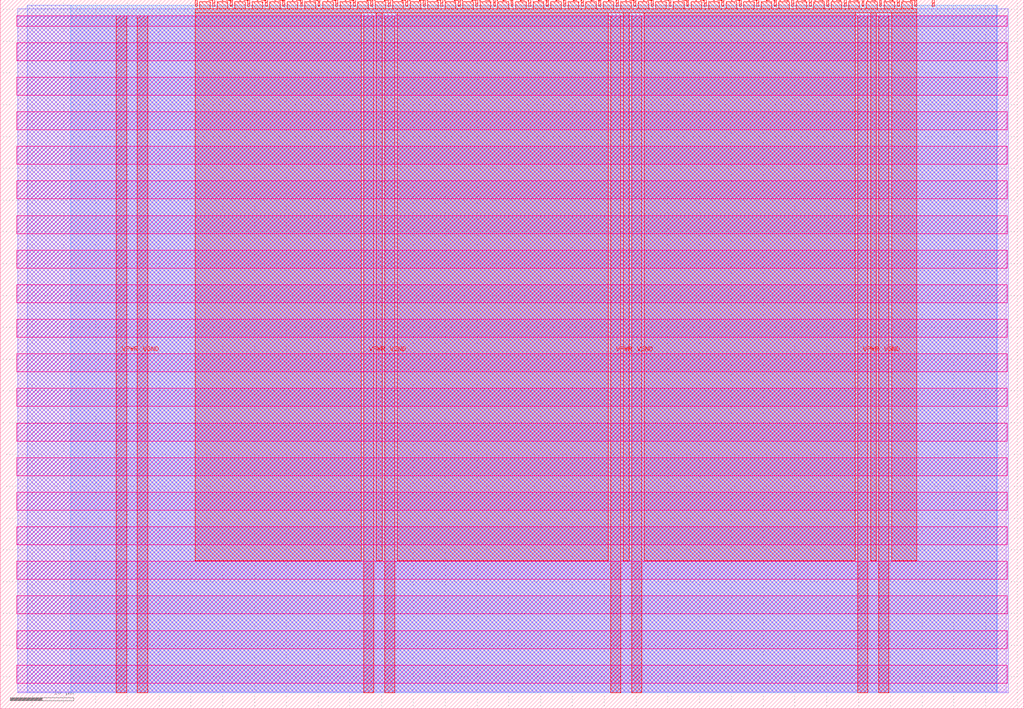
<source format=lef>
VERSION 5.7 ;
  NOWIREEXTENSIONATPIN ON ;
  DIVIDERCHAR "/" ;
  BUSBITCHARS "[]" ;
MACRO tt_um_shuangyu_top
  CLASS BLOCK ;
  FOREIGN tt_um_shuangyu_top ;
  ORIGIN 0.000 0.000 ;
  SIZE 161.000 BY 111.520 ;
  PIN VGND
    DIRECTION INOUT ;
    USE GROUND ;
    PORT
      LAYER met4 ;
        RECT 21.580 2.480 23.180 109.040 ;
    END
    PORT
      LAYER met4 ;
        RECT 60.450 2.480 62.050 109.040 ;
    END
    PORT
      LAYER met4 ;
        RECT 99.320 2.480 100.920 109.040 ;
    END
    PORT
      LAYER met4 ;
        RECT 138.190 2.480 139.790 109.040 ;
    END
  END VGND
  PIN VPWR
    DIRECTION INOUT ;
    USE POWER ;
    PORT
      LAYER met4 ;
        RECT 18.280 2.480 19.880 109.040 ;
    END
    PORT
      LAYER met4 ;
        RECT 57.150 2.480 58.750 109.040 ;
    END
    PORT
      LAYER met4 ;
        RECT 96.020 2.480 97.620 109.040 ;
    END
    PORT
      LAYER met4 ;
        RECT 134.890 2.480 136.490 109.040 ;
    END
  END VPWR
  PIN clk
    DIRECTION INPUT ;
    USE SIGNAL ;
    ANTENNAGATEAREA 0.852000 ;
    PORT
      LAYER met4 ;
        RECT 143.830 110.520 144.130 111.520 ;
    END
  END clk
  PIN ena
    DIRECTION INPUT ;
    USE SIGNAL ;
    PORT
      LAYER met4 ;
        RECT 146.590 110.520 146.890 111.520 ;
    END
  END ena
  PIN rst_n
    DIRECTION INPUT ;
    USE SIGNAL ;
    ANTENNAGATEAREA 0.196500 ;
    PORT
      LAYER met4 ;
        RECT 141.070 110.520 141.370 111.520 ;
    END
  END rst_n
  PIN ui_in[0]
    DIRECTION INPUT ;
    USE SIGNAL ;
    ANTENNAGATEAREA 0.196500 ;
    PORT
      LAYER met4 ;
        RECT 138.310 110.520 138.610 111.520 ;
    END
  END ui_in[0]
  PIN ui_in[1]
    DIRECTION INPUT ;
    USE SIGNAL ;
    ANTENNAGATEAREA 0.196500 ;
    PORT
      LAYER met4 ;
        RECT 135.550 110.520 135.850 111.520 ;
    END
  END ui_in[1]
  PIN ui_in[2]
    DIRECTION INPUT ;
    USE SIGNAL ;
    ANTENNAGATEAREA 0.196500 ;
    PORT
      LAYER met4 ;
        RECT 132.790 110.520 133.090 111.520 ;
    END
  END ui_in[2]
  PIN ui_in[3]
    DIRECTION INPUT ;
    USE SIGNAL ;
    ANTENNAGATEAREA 0.196500 ;
    PORT
      LAYER met4 ;
        RECT 130.030 110.520 130.330 111.520 ;
    END
  END ui_in[3]
  PIN ui_in[4]
    DIRECTION INPUT ;
    USE SIGNAL ;
    PORT
      LAYER met4 ;
        RECT 127.270 110.520 127.570 111.520 ;
    END
  END ui_in[4]
  PIN ui_in[5]
    DIRECTION INPUT ;
    USE SIGNAL ;
    PORT
      LAYER met4 ;
        RECT 124.510 110.520 124.810 111.520 ;
    END
  END ui_in[5]
  PIN ui_in[6]
    DIRECTION INPUT ;
    USE SIGNAL ;
    PORT
      LAYER met4 ;
        RECT 121.750 110.520 122.050 111.520 ;
    END
  END ui_in[6]
  PIN ui_in[7]
    DIRECTION INPUT ;
    USE SIGNAL ;
    PORT
      LAYER met4 ;
        RECT 118.990 110.520 119.290 111.520 ;
    END
  END ui_in[7]
  PIN uio_in[0]
    DIRECTION INPUT ;
    USE SIGNAL ;
    PORT
      LAYER met4 ;
        RECT 116.230 110.520 116.530 111.520 ;
    END
  END uio_in[0]
  PIN uio_in[1]
    DIRECTION INPUT ;
    USE SIGNAL ;
    PORT
      LAYER met4 ;
        RECT 113.470 110.520 113.770 111.520 ;
    END
  END uio_in[1]
  PIN uio_in[2]
    DIRECTION INPUT ;
    USE SIGNAL ;
    PORT
      LAYER met4 ;
        RECT 110.710 110.520 111.010 111.520 ;
    END
  END uio_in[2]
  PIN uio_in[3]
    DIRECTION INPUT ;
    USE SIGNAL ;
    PORT
      LAYER met4 ;
        RECT 107.950 110.520 108.250 111.520 ;
    END
  END uio_in[3]
  PIN uio_in[4]
    DIRECTION INPUT ;
    USE SIGNAL ;
    PORT
      LAYER met4 ;
        RECT 105.190 110.520 105.490 111.520 ;
    END
  END uio_in[4]
  PIN uio_in[5]
    DIRECTION INPUT ;
    USE SIGNAL ;
    PORT
      LAYER met4 ;
        RECT 102.430 110.520 102.730 111.520 ;
    END
  END uio_in[5]
  PIN uio_in[6]
    DIRECTION INPUT ;
    USE SIGNAL ;
    PORT
      LAYER met4 ;
        RECT 99.670 110.520 99.970 111.520 ;
    END
  END uio_in[6]
  PIN uio_in[7]
    DIRECTION INPUT ;
    USE SIGNAL ;
    PORT
      LAYER met4 ;
        RECT 96.910 110.520 97.210 111.520 ;
    END
  END uio_in[7]
  PIN uio_oe[0]
    DIRECTION OUTPUT ;
    USE SIGNAL ;
    ANTENNADIFFAREA 0.445500 ;
    PORT
      LAYER met4 ;
        RECT 49.990 110.520 50.290 111.520 ;
    END
  END uio_oe[0]
  PIN uio_oe[1]
    DIRECTION OUTPUT ;
    USE SIGNAL ;
    ANTENNADIFFAREA 0.445500 ;
    PORT
      LAYER met4 ;
        RECT 47.230 110.520 47.530 111.520 ;
    END
  END uio_oe[1]
  PIN uio_oe[2]
    DIRECTION OUTPUT ;
    USE SIGNAL ;
    ANTENNADIFFAREA 0.445500 ;
    PORT
      LAYER met4 ;
        RECT 44.470 110.520 44.770 111.520 ;
    END
  END uio_oe[2]
  PIN uio_oe[3]
    DIRECTION OUTPUT ;
    USE SIGNAL ;
    ANTENNADIFFAREA 0.445500 ;
    PORT
      LAYER met4 ;
        RECT 41.710 110.520 42.010 111.520 ;
    END
  END uio_oe[3]
  PIN uio_oe[4]
    DIRECTION OUTPUT ;
    USE SIGNAL ;
    ANTENNADIFFAREA 0.445500 ;
    PORT
      LAYER met4 ;
        RECT 38.950 110.520 39.250 111.520 ;
    END
  END uio_oe[4]
  PIN uio_oe[5]
    DIRECTION OUTPUT ;
    USE SIGNAL ;
    ANTENNADIFFAREA 0.445500 ;
    PORT
      LAYER met4 ;
        RECT 36.190 110.520 36.490 111.520 ;
    END
  END uio_oe[5]
  PIN uio_oe[6]
    DIRECTION OUTPUT ;
    USE SIGNAL ;
    ANTENNADIFFAREA 0.445500 ;
    PORT
      LAYER met4 ;
        RECT 33.430 110.520 33.730 111.520 ;
    END
  END uio_oe[6]
  PIN uio_oe[7]
    DIRECTION OUTPUT ;
    USE SIGNAL ;
    ANTENNADIFFAREA 0.445500 ;
    PORT
      LAYER met4 ;
        RECT 30.670 110.520 30.970 111.520 ;
    END
  END uio_oe[7]
  PIN uio_out[0]
    DIRECTION OUTPUT ;
    USE SIGNAL ;
    ANTENNADIFFAREA 0.445500 ;
    PORT
      LAYER met4 ;
        RECT 72.070 110.520 72.370 111.520 ;
    END
  END uio_out[0]
  PIN uio_out[1]
    DIRECTION OUTPUT ;
    USE SIGNAL ;
    ANTENNADIFFAREA 0.445500 ;
    PORT
      LAYER met4 ;
        RECT 69.310 110.520 69.610 111.520 ;
    END
  END uio_out[1]
  PIN uio_out[2]
    DIRECTION OUTPUT ;
    USE SIGNAL ;
    ANTENNADIFFAREA 0.445500 ;
    PORT
      LAYER met4 ;
        RECT 66.550 110.520 66.850 111.520 ;
    END
  END uio_out[2]
  PIN uio_out[3]
    DIRECTION OUTPUT ;
    USE SIGNAL ;
    ANTENNADIFFAREA 0.445500 ;
    PORT
      LAYER met4 ;
        RECT 63.790 110.520 64.090 111.520 ;
    END
  END uio_out[3]
  PIN uio_out[4]
    DIRECTION OUTPUT ;
    USE SIGNAL ;
    ANTENNAGATEAREA 0.756000 ;
    ANTENNADIFFAREA 1.320000 ;
    PORT
      LAYER met4 ;
        RECT 61.030 110.520 61.330 111.520 ;
    END
  END uio_out[4]
  PIN uio_out[5]
    DIRECTION OUTPUT ;
    USE SIGNAL ;
    ANTENNAGATEAREA 0.756000 ;
    ANTENNADIFFAREA 0.891000 ;
    PORT
      LAYER met4 ;
        RECT 58.270 110.520 58.570 111.520 ;
    END
  END uio_out[5]
  PIN uio_out[6]
    DIRECTION OUTPUT ;
    USE SIGNAL ;
    ANTENNAGATEAREA 0.756000 ;
    ANTENNADIFFAREA 0.891000 ;
    PORT
      LAYER met4 ;
        RECT 55.510 110.520 55.810 111.520 ;
    END
  END uio_out[6]
  PIN uio_out[7]
    DIRECTION OUTPUT ;
    USE SIGNAL ;
    ANTENNAGATEAREA 0.756000 ;
    ANTENNADIFFAREA 0.891000 ;
    PORT
      LAYER met4 ;
        RECT 52.750 110.520 53.050 111.520 ;
    END
  END uio_out[7]
  PIN uo_out[0]
    DIRECTION OUTPUT ;
    USE SIGNAL ;
    ANTENNADIFFAREA 0.891000 ;
    PORT
      LAYER met4 ;
        RECT 94.150 110.520 94.450 111.520 ;
    END
  END uo_out[0]
  PIN uo_out[1]
    DIRECTION OUTPUT ;
    USE SIGNAL ;
    ANTENNADIFFAREA 0.891000 ;
    PORT
      LAYER met4 ;
        RECT 91.390 110.520 91.690 111.520 ;
    END
  END uo_out[1]
  PIN uo_out[2]
    DIRECTION OUTPUT ;
    USE SIGNAL ;
    ANTENNADIFFAREA 0.891000 ;
    PORT
      LAYER met4 ;
        RECT 88.630 110.520 88.930 111.520 ;
    END
  END uo_out[2]
  PIN uo_out[3]
    DIRECTION OUTPUT ;
    USE SIGNAL ;
    ANTENNADIFFAREA 0.891000 ;
    PORT
      LAYER met4 ;
        RECT 85.870 110.520 86.170 111.520 ;
    END
  END uo_out[3]
  PIN uo_out[4]
    DIRECTION OUTPUT ;
    USE SIGNAL ;
    ANTENNADIFFAREA 0.891000 ;
    PORT
      LAYER met4 ;
        RECT 83.110 110.520 83.410 111.520 ;
    END
  END uo_out[4]
  PIN uo_out[5]
    DIRECTION OUTPUT ;
    USE SIGNAL ;
    ANTENNADIFFAREA 0.891000 ;
    PORT
      LAYER met4 ;
        RECT 80.350 110.520 80.650 111.520 ;
    END
  END uo_out[5]
  PIN uo_out[6]
    DIRECTION OUTPUT ;
    USE SIGNAL ;
    ANTENNADIFFAREA 0.445500 ;
    PORT
      LAYER met4 ;
        RECT 77.590 110.520 77.890 111.520 ;
    END
  END uo_out[6]
  PIN uo_out[7]
    DIRECTION OUTPUT ;
    USE SIGNAL ;
    ANTENNADIFFAREA 0.445500 ;
    PORT
      LAYER met4 ;
        RECT 74.830 110.520 75.130 111.520 ;
    END
  END uo_out[7]
  OBS
      LAYER nwell ;
        RECT 2.570 107.385 158.430 108.990 ;
        RECT 2.570 101.945 158.430 104.775 ;
        RECT 2.570 96.505 158.430 99.335 ;
        RECT 2.570 91.065 158.430 93.895 ;
        RECT 2.570 85.625 158.430 88.455 ;
        RECT 2.570 80.185 158.430 83.015 ;
        RECT 2.570 74.745 158.430 77.575 ;
        RECT 2.570 69.305 158.430 72.135 ;
        RECT 2.570 63.865 158.430 66.695 ;
        RECT 2.570 58.425 158.430 61.255 ;
        RECT 2.570 52.985 158.430 55.815 ;
        RECT 2.570 47.545 158.430 50.375 ;
        RECT 2.570 42.105 158.430 44.935 ;
        RECT 2.570 36.665 158.430 39.495 ;
        RECT 2.570 31.225 158.430 34.055 ;
        RECT 2.570 25.785 158.430 28.615 ;
        RECT 2.570 20.345 158.430 23.175 ;
        RECT 2.570 14.905 158.430 17.735 ;
        RECT 2.570 9.465 158.430 12.295 ;
        RECT 2.570 4.025 158.430 6.855 ;
      LAYER li1 ;
        RECT 2.760 2.635 158.240 108.885 ;
      LAYER met1 ;
        RECT 2.760 2.480 158.540 110.120 ;
      LAYER met2 ;
        RECT 4.240 2.535 156.770 110.685 ;
      LAYER met3 ;
        RECT 11.105 2.555 156.795 110.665 ;
      LAYER met4 ;
        RECT 31.370 110.120 33.030 111.170 ;
        RECT 34.130 110.120 35.790 111.170 ;
        RECT 36.890 110.120 38.550 111.170 ;
        RECT 39.650 110.120 41.310 111.170 ;
        RECT 42.410 110.120 44.070 111.170 ;
        RECT 45.170 110.120 46.830 111.170 ;
        RECT 47.930 110.120 49.590 111.170 ;
        RECT 50.690 110.120 52.350 111.170 ;
        RECT 53.450 110.120 55.110 111.170 ;
        RECT 56.210 110.120 57.870 111.170 ;
        RECT 58.970 110.120 60.630 111.170 ;
        RECT 61.730 110.120 63.390 111.170 ;
        RECT 64.490 110.120 66.150 111.170 ;
        RECT 67.250 110.120 68.910 111.170 ;
        RECT 70.010 110.120 71.670 111.170 ;
        RECT 72.770 110.120 74.430 111.170 ;
        RECT 75.530 110.120 77.190 111.170 ;
        RECT 78.290 110.120 79.950 111.170 ;
        RECT 81.050 110.120 82.710 111.170 ;
        RECT 83.810 110.120 85.470 111.170 ;
        RECT 86.570 110.120 88.230 111.170 ;
        RECT 89.330 110.120 90.990 111.170 ;
        RECT 92.090 110.120 93.750 111.170 ;
        RECT 94.850 110.120 96.510 111.170 ;
        RECT 97.610 110.120 99.270 111.170 ;
        RECT 100.370 110.120 102.030 111.170 ;
        RECT 103.130 110.120 104.790 111.170 ;
        RECT 105.890 110.120 107.550 111.170 ;
        RECT 108.650 110.120 110.310 111.170 ;
        RECT 111.410 110.120 113.070 111.170 ;
        RECT 114.170 110.120 115.830 111.170 ;
        RECT 116.930 110.120 118.590 111.170 ;
        RECT 119.690 110.120 121.350 111.170 ;
        RECT 122.450 110.120 124.110 111.170 ;
        RECT 125.210 110.120 126.870 111.170 ;
        RECT 127.970 110.120 129.630 111.170 ;
        RECT 130.730 110.120 132.390 111.170 ;
        RECT 133.490 110.120 135.150 111.170 ;
        RECT 136.250 110.120 137.910 111.170 ;
        RECT 139.010 110.120 140.670 111.170 ;
        RECT 141.770 110.120 143.430 111.170 ;
        RECT 30.655 109.440 144.145 110.120 ;
        RECT 30.655 23.295 56.750 109.440 ;
        RECT 59.150 23.295 60.050 109.440 ;
        RECT 62.450 23.295 95.620 109.440 ;
        RECT 98.020 23.295 98.920 109.440 ;
        RECT 101.320 23.295 134.490 109.440 ;
        RECT 136.890 23.295 137.790 109.440 ;
        RECT 140.190 23.295 144.145 109.440 ;
  END
END tt_um_shuangyu_top
END LIBRARY


</source>
